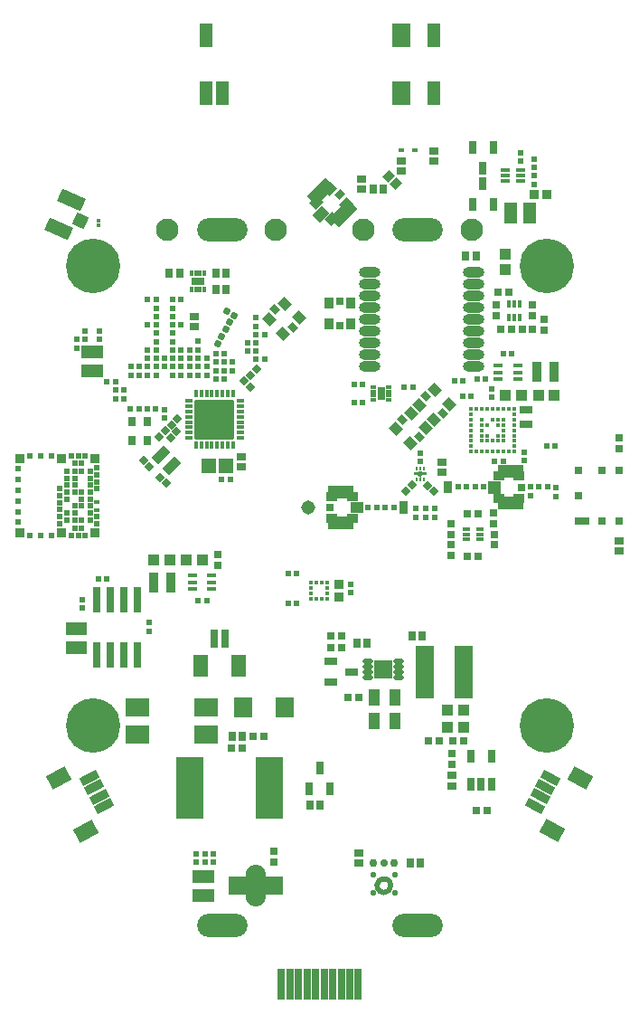
<source format=gts>
G04*
G04 #@! TF.GenerationSoftware,Altium Limited,Altium Designer,21.2.2 (38)*
G04*
G04 Layer_Color=8388736*
%FSAX25Y25*%
%MOIN*%
G70*
G04*
G04 #@! TF.SameCoordinates,A33CE32A-6CF7-472C-A66C-8299AAF89105*
G04*
G04*
G04 #@! TF.FilePolarity,Negative*
G04*
G01*
G75*
%ADD50R,0.03150X0.03543*%
%ADD107C,0.01863*%
G04:AMPARAMS|DCode=108|XSize=37.53mil|YSize=39.5mil|CornerRadius=0mil|HoleSize=0mil|Usage=FLASHONLY|Rotation=225.000|XOffset=0mil|YOffset=0mil|HoleType=Round|Shape=Rectangle|*
%AMROTATEDRECTD108*
4,1,4,-0.00070,0.02723,0.02723,-0.00070,0.00070,-0.02723,-0.02723,0.00070,-0.00070,0.02723,0.0*
%
%ADD108ROTATEDRECTD108*%

G04:AMPARAMS|DCode=109|XSize=27.69mil|YSize=30.84mil|CornerRadius=0mil|HoleSize=0mil|Usage=FLASHONLY|Rotation=225.000|XOffset=0mil|YOffset=0mil|HoleType=Round|Shape=Rectangle|*
%AMROTATEDRECTD109*
4,1,4,-0.00111,0.02069,0.02069,-0.00111,0.00111,-0.02069,-0.02069,0.00111,-0.00111,0.02069,0.0*
%
%ADD109ROTATEDRECTD109*%

%ADD110R,0.03753X0.03950*%
%ADD111R,0.02769X0.03084*%
%ADD112R,0.03150X0.05118*%
%ADD113R,0.02362X0.01378*%
%ADD114R,0.02362X0.02362*%
%ADD115R,0.04737X0.03950*%
%ADD116R,0.09461X0.04934*%
%ADD117R,0.03950X0.03753*%
%ADD118R,0.03084X0.02769*%
%ADD119R,0.04737X0.04737*%
%ADD120R,0.03320X0.03162*%
%ADD121R,0.03162X0.02769*%
%ADD122R,0.04737X0.08674*%
%ADD123R,0.06706X0.08674*%
%ADD124R,0.03162X0.03162*%
%ADD125R,0.05524X0.03162*%
%ADD126R,0.02559X0.11417*%
%ADD127R,0.02362X0.02362*%
%ADD128P,0.03341X4X360.0*%
%ADD129P,0.03341X4X270.0*%
%ADD130R,0.03950X0.03950*%
%ADD131R,0.01968X0.01968*%
%ADD132R,0.01968X0.01890*%
%ADD133R,0.03543X0.03543*%
%ADD134R,0.01968X0.01575*%
%ADD135P,0.03341X4X105.0*%
%ADD136P,0.03341X4X375.0*%
%ADD137R,0.02650X0.04737*%
G04:AMPARAMS|DCode=138|XSize=37.53mil|YSize=63.12mil|CornerRadius=0mil|HoleSize=0mil|Usage=FLASHONLY|Rotation=315.000|XOffset=0mil|YOffset=0mil|HoleType=Round|Shape=Rectangle|*
%AMROTATEDRECTD138*
4,1,4,-0.03558,-0.00905,0.00905,0.03558,0.03558,0.00905,-0.00905,-0.03558,-0.03558,-0.00905,0.0*
%
%ADD138ROTATEDRECTD138*%

%ADD139R,0.05512X0.05512*%
G04:AMPARAMS|DCode=140|XSize=148.03mil|YSize=148.03mil|CornerRadius=4.82mil|HoleSize=0mil|Usage=FLASHONLY|Rotation=0.000|XOffset=0mil|YOffset=0mil|HoleType=Round|Shape=RoundedRectangle|*
%AMROUNDEDRECTD140*
21,1,0.14803,0.13839,0,0,0.0*
21,1,0.13839,0.14803,0,0,0.0*
1,1,0.00965,0.06919,-0.06919*
1,1,0.00965,-0.06919,-0.06919*
1,1,0.00965,-0.06919,0.06919*
1,1,0.00965,0.06919,0.06919*
%
%ADD140ROUNDEDRECTD140*%
G04:AMPARAMS|DCode=141|XSize=14.17mil|YSize=29.92mil|CornerRadius=4.13mil|HoleSize=0mil|Usage=FLASHONLY|Rotation=0.000|XOffset=0mil|YOffset=0mil|HoleType=Round|Shape=RoundedRectangle|*
%AMROUNDEDRECTD141*
21,1,0.01417,0.02165,0,0,0.0*
21,1,0.00591,0.02992,0,0,0.0*
1,1,0.00827,0.00295,-0.01083*
1,1,0.00827,-0.00295,-0.01083*
1,1,0.00827,-0.00295,0.01083*
1,1,0.00827,0.00295,0.01083*
%
%ADD141ROUNDEDRECTD141*%
G04:AMPARAMS|DCode=142|XSize=14.17mil|YSize=29.92mil|CornerRadius=4.13mil|HoleSize=0mil|Usage=FLASHONLY|Rotation=90.000|XOffset=0mil|YOffset=0mil|HoleType=Round|Shape=RoundedRectangle|*
%AMROUNDEDRECTD142*
21,1,0.01417,0.02165,0,0,90.0*
21,1,0.00591,0.02992,0,0,90.0*
1,1,0.00827,0.01083,0.00295*
1,1,0.00827,0.01083,-0.00295*
1,1,0.00827,-0.01083,-0.00295*
1,1,0.00827,-0.01083,0.00295*
%
%ADD142ROUNDEDRECTD142*%
%ADD143R,0.03162X0.03320*%
%ADD144R,0.01378X0.02362*%
%ADD145R,0.05118X0.03150*%
%ADD146R,0.01260X0.01181*%
G04:AMPARAMS|DCode=147|XSize=49.34mil|YSize=94.61mil|CornerRadius=0mil|HoleSize=0mil|Usage=FLASHONLY|Rotation=246.000|XOffset=0mil|YOffset=0mil|HoleType=Round|Shape=Rectangle|*
%AMROTATEDRECTD147*
4,1,4,-0.03318,0.04178,0.05325,0.00330,0.03318,-0.04178,-0.05325,-0.00330,-0.03318,0.04178,0.0*
%
%ADD147ROTATEDRECTD147*%

%ADD148P,0.06699X4X291.0*%
G04:AMPARAMS|DCode=149|XSize=49.34mil|YSize=94.61mil|CornerRadius=0mil|HoleSize=0mil|Usage=FLASHONLY|Rotation=135.000|XOffset=0mil|YOffset=0mil|HoleType=Round|Shape=Rectangle|*
%AMROTATEDRECTD149*
4,1,4,0.05090,0.01601,-0.01601,-0.05090,-0.05090,-0.01601,0.01601,0.05090,0.05090,0.01601,0.0*
%
%ADD149ROTATEDRECTD149*%

G04:AMPARAMS|DCode=150|XSize=39.5mil|YSize=47.37mil|CornerRadius=0mil|HoleSize=0mil|Usage=FLASHONLY|Rotation=135.000|XOffset=0mil|YOffset=0mil|HoleType=Round|Shape=Rectangle|*
%AMROTATEDRECTD150*
4,1,4,0.03071,0.00278,-0.00278,-0.03071,-0.03071,-0.00278,0.00278,0.03071,0.03071,0.00278,0.0*
%
%ADD150ROTATEDRECTD150*%

G04:AMPARAMS|DCode=151|XSize=37.53mil|YSize=39.5mil|CornerRadius=0mil|HoleSize=0mil|Usage=FLASHONLY|Rotation=315.000|XOffset=0mil|YOffset=0mil|HoleType=Round|Shape=Rectangle|*
%AMROTATEDRECTD151*
4,1,4,-0.02723,-0.00070,0.00070,0.02723,0.02723,0.00070,-0.00070,-0.02723,-0.02723,-0.00070,0.0*
%
%ADD151ROTATEDRECTD151*%

G04:AMPARAMS|DCode=152|XSize=27.69mil|YSize=30.84mil|CornerRadius=0mil|HoleSize=0mil|Usage=FLASHONLY|Rotation=315.000|XOffset=0mil|YOffset=0mil|HoleType=Round|Shape=Rectangle|*
%AMROTATEDRECTD152*
4,1,4,-0.02069,-0.00111,0.00111,0.02069,0.02069,0.00111,-0.00111,-0.02069,-0.02069,-0.00111,0.0*
%
%ADD152ROTATEDRECTD152*%

%ADD153O,0.07887X0.03950*%
%ADD154R,0.03241X0.03044*%
G04:AMPARAMS|DCode=155|XSize=33.2mil|YSize=31.62mil|CornerRadius=0mil|HoleSize=0mil|Usage=FLASHONLY|Rotation=45.000|XOffset=0mil|YOffset=0mil|HoleType=Round|Shape=Rectangle|*
%AMROTATEDRECTD155*
4,1,4,-0.00056,-0.02292,-0.02292,-0.00056,0.00056,0.02292,0.02292,0.00056,-0.00056,-0.02292,0.0*
%
%ADD155ROTATEDRECTD155*%

%ADD156R,0.02217X0.01784*%
%ADD157R,0.02690X0.04540*%
%ADD158R,0.03740X0.01772*%
%ADD159R,0.03740X0.03740*%
%ADD160R,0.04737X0.02650*%
%ADD161R,0.03950X0.03950*%
%ADD162R,0.01575X0.03032*%
%ADD163R,0.02769X0.03162*%
%ADD164R,0.03543X0.01772*%
%ADD165R,0.03556X0.07493*%
%ADD166R,0.05131X0.03162*%
%ADD167C,0.01575*%
%ADD168R,0.01693X0.00984*%
%ADD169R,0.00984X0.01693*%
%ADD170R,0.03032X0.01575*%
%ADD171R,0.00984X0.00984*%
%ADD172R,0.03740X0.03740*%
%ADD173R,0.00787X0.00787*%
%ADD174R,0.01575X0.01378*%
%ADD175R,0.01378X0.01575*%
%ADD176R,0.05524X0.07887*%
%ADD177R,0.03162X0.06902*%
%ADD178R,0.03162X0.09461*%
%ADD179R,0.03162X0.09461*%
G04:AMPARAMS|DCode=180|XSize=31.62mil|YSize=69.02mil|CornerRadius=0mil|HoleSize=0mil|Usage=FLASHONLY|Rotation=117.000|XOffset=0mil|YOffset=0mil|HoleType=Round|Shape=Rectangle|*
%AMROTATEDRECTD180*
4,1,4,0.03793,0.00158,-0.02357,-0.02976,-0.03793,-0.00158,0.02357,0.02976,0.03793,0.00158,0.0*
%
%ADD180ROTATEDRECTD180*%

G04:AMPARAMS|DCode=181|XSize=55.24mil|YSize=78.87mil|CornerRadius=0mil|HoleSize=0mil|Usage=FLASHONLY|Rotation=117.000|XOffset=0mil|YOffset=0mil|HoleType=Round|Shape=Rectangle|*
%AMROTATEDRECTD181*
4,1,4,0.04767,-0.00671,-0.02260,-0.04251,-0.04767,0.00671,0.02260,0.04251,0.04767,-0.00671,0.0*
%
%ADD181ROTATEDRECTD181*%

%ADD182R,0.09068X0.06902*%
%ADD183R,0.09855X0.22847*%
%ADD184R,0.06784X0.07414*%
%ADD185R,0.06706X0.19304*%
%ADD186R,0.07099X0.06706*%
G04:AMPARAMS|DCode=187|XSize=17.84mil|YSize=41.47mil|CornerRadius=6.46mil|HoleSize=0mil|Usage=FLASHONLY|Rotation=270.000|XOffset=0mil|YOffset=0mil|HoleType=Round|Shape=RoundedRectangle|*
%AMROUNDEDRECTD187*
21,1,0.01784,0.02854,0,0,270.0*
21,1,0.00492,0.04147,0,0,270.0*
1,1,0.01292,-0.01427,-0.00246*
1,1,0.01292,-0.01427,0.00246*
1,1,0.01292,0.01427,0.00246*
1,1,0.01292,0.01427,-0.00246*
%
%ADD187ROUNDEDRECTD187*%
%ADD188R,0.04540X0.02690*%
%ADD189R,0.04343X0.05918*%
G04:AMPARAMS|DCode=190|XSize=31.62mil|YSize=69.02mil|CornerRadius=0mil|HoleSize=0mil|Usage=FLASHONLY|Rotation=242.000|XOffset=0mil|YOffset=0mil|HoleType=Round|Shape=Rectangle|*
%AMROTATEDRECTD190*
4,1,4,-0.02305,0.03016,0.03790,-0.00224,0.02305,-0.03016,-0.03790,0.00224,-0.02305,0.03016,0.0*
%
%ADD190ROTATEDRECTD190*%

G04:AMPARAMS|DCode=191|XSize=55.24mil|YSize=78.87mil|CornerRadius=0mil|HoleSize=0mil|Usage=FLASHONLY|Rotation=242.000|XOffset=0mil|YOffset=0mil|HoleType=Round|Shape=Rectangle|*
%AMROTATEDRECTD191*
4,1,4,-0.02185,0.04290,0.04778,0.00588,0.02185,-0.04290,-0.04778,-0.00588,-0.02185,0.04290,0.0*
%
%ADD191ROTATEDRECTD191*%

%ADD192C,0.02205*%
%ADD193C,0.02953*%
%ADD194C,0.02756*%
%ADD195C,0.01378*%
%ADD196R,0.06693X0.06693*%
%ADD197C,0.08268*%
%ADD198C,0.05158*%
%ADD199O,0.18517X0.08674*%
G04:AMPARAMS|DCode=200|XSize=74.8mil|YSize=153.54mil|CornerRadius=37.4mil|HoleSize=0mil|Usage=FLASHONLY|Rotation=0.000|XOffset=0mil|YOffset=0mil|HoleType=Round|Shape=RoundedRectangle|*
%AMROUNDEDRECTD200*
21,1,0.07480,0.07874,0,0,0.0*
21,1,0.00000,0.15354,0,0,0.0*
1,1,0.07480,0.00000,-0.03937*
1,1,0.07480,0.00000,-0.03937*
1,1,0.07480,0.00000,0.03937*
1,1,0.07480,0.00000,0.03937*
%
%ADD200ROUNDEDRECTD200*%
%ADD201C,0.20079*%
G36*
X0508539Y0556567D02*
X0508606Y0556567D01*
X0508736Y0556541D01*
X0508858Y0556491D01*
X0508968Y0556417D01*
X0509015Y0556370D01*
X0509015Y0556370D01*
X0509039Y0556348D01*
X0509094Y0556312D01*
X0509155Y0556286D01*
X0509219Y0556274D01*
X0509252Y0556272D01*
X0510412D01*
Y0555288D01*
X0508916Y0555288D01*
X0508523Y0554894D01*
X0508523Y0554500D01*
X0508011D01*
Y0554599D01*
X0507538Y0554599D01*
X0507539Y0554894D01*
X0507144Y0555288D01*
X0505649Y0555288D01*
Y0556272D01*
X0506809D01*
X0506842Y0556274D01*
X0506906Y0556286D01*
X0506967Y0556312D01*
X0507022Y0556348D01*
X0507046Y0556370D01*
X0507046Y0556370D01*
X0507093Y0556417D01*
X0507203Y0556491D01*
X0507325Y0556541D01*
X0507455Y0556567D01*
X0507521Y0556567D01*
X0508011Y0556567D01*
Y0556567D01*
X0508539Y0556567D01*
D02*
G37*
G36*
X0519735Y0548603D02*
X0516782D01*
Y0553130D01*
X0519735D01*
Y0548603D01*
D02*
G37*
G36*
X0503483Y0541075D02*
X0500530D01*
Y0545603D01*
X0503483D01*
Y0541075D01*
D02*
G37*
G36*
X0468364Y0516314D02*
X0468401Y0516303D01*
X0468420Y0516293D01*
X0468436Y0516285D01*
X0468466Y0516260D01*
Y0516260D01*
X0468466D01*
X0468490Y0516230D01*
X0468499Y0516214D01*
X0468508Y0516196D01*
X0468520Y0516159D01*
X0468524Y0516120D01*
X0468524Y0515480D01*
X0468524Y0515480D01*
X0468521Y0515459D01*
X0468520Y0515442D01*
X0468514Y0515422D01*
X0468508Y0515405D01*
X0468490Y0515370D01*
X0468480Y0515358D01*
X0468466Y0515340D01*
X0468466Y0515340D01*
X0468121Y0514996D01*
X0468121Y0514996D01*
X0468121Y0514996D01*
X0468113Y0514989D01*
X0468091Y0514971D01*
X0468057Y0514953D01*
X0468049Y0514951D01*
X0468020Y0514942D01*
X0467999Y0514940D01*
X0467981Y0514938D01*
X0467981Y0514938D01*
X0467243Y0514938D01*
X0467228Y0514939D01*
X0467204Y0514942D01*
X0467204Y0514942D01*
X0467204D01*
X0467178Y0514950D01*
X0467167Y0514953D01*
D01*
X0467167Y0514953D01*
X0467147Y0514964D01*
X0467133Y0514971D01*
X0467133Y0514971D01*
X0467133Y0514971D01*
X0467119Y0514983D01*
X0467103Y0514996D01*
X0467103Y0514996D01*
X0467103Y0514996D01*
X0467090Y0515012D01*
X0467078Y0515026D01*
X0467078Y0515026D01*
X0467078Y0515026D01*
X0467071Y0515039D01*
X0467060Y0515060D01*
X0467060Y0515060D01*
D01*
X0467057Y0515071D01*
X0467049Y0515097D01*
Y0515097D01*
X0467049Y0515097D01*
X0467047Y0515121D01*
X0467045Y0515136D01*
Y0516120D01*
X0467049Y0516159D01*
X0467060Y0516196D01*
X0467078Y0516230D01*
X0467103Y0516260D01*
X0467133Y0516285D01*
X0467167Y0516303D01*
X0467204Y0516314D01*
X0467243Y0516318D01*
X0468326D01*
X0468364Y0516314D01*
D02*
G37*
D50*
X0407459Y0575170D02*
D03*
Y0567886D02*
D03*
X0401751D02*
D03*
Y0575170D02*
D03*
D107*
X0494721Y0401449D02*
G03*
X0497280Y0404008I0000000J0002559D01*
G01*
X0497280Y0404018D02*
G03*
X0494721Y0401449I-0002559J-0000010D01*
G01*
D108*
X0452296Y0612776D02*
D03*
X0458003Y0618483D02*
D03*
X0457585Y0607486D02*
D03*
X0463292Y0613193D02*
D03*
X0499068Y0572303D02*
D03*
X0504775Y0578010D02*
D03*
X0504357Y0567014D02*
D03*
X0510064Y0572721D02*
D03*
X0518804Y0581343D02*
D03*
X0513097Y0575636D02*
D03*
X0513515Y0586632D02*
D03*
X0507808Y0580926D02*
D03*
D109*
X0454565Y0616214D02*
D03*
X0461024Y0609755D02*
D03*
X0501337Y0575741D02*
D03*
X0507795Y0569283D02*
D03*
X0516535Y0577905D02*
D03*
X0510077Y0584364D02*
D03*
D110*
X0474389Y0618615D02*
D03*
X0482459D02*
D03*
X0474389Y0611134D02*
D03*
X0482459D02*
D03*
D111*
X0478424Y0619441D02*
D03*
Y0610308D02*
D03*
D112*
X0493660Y0585347D02*
D03*
D113*
X0490708Y0584559D02*
D03*
Y0586134D02*
D03*
Y0587709D02*
D03*
X0496613D02*
D03*
Y0586134D02*
D03*
Y0584559D02*
D03*
Y0582985D02*
D03*
X0490708D02*
D03*
D114*
X0486849Y0588615D02*
D03*
X0483700D02*
D03*
X0486889Y0581922D02*
D03*
X0483739D02*
D03*
X0554704Y0565927D02*
D03*
X0557853D02*
D03*
X0505432Y0587670D02*
D03*
X0502282D02*
D03*
X0498306Y0543339D02*
D03*
X0495156D02*
D03*
X0492046D02*
D03*
X0488897D02*
D03*
X0522038Y0550863D02*
D03*
X0525188D02*
D03*
X0528455D02*
D03*
X0531605D02*
D03*
X0435806Y0590760D02*
D03*
X0432656D02*
D03*
X0429408Y0592122D02*
D03*
X0426259D02*
D03*
X0419861Y0592138D02*
D03*
X0416712D02*
D03*
X0407538D02*
D03*
X0410688D02*
D03*
X0450767Y0607099D02*
D03*
X0447617D02*
D03*
X0450767Y0597847D02*
D03*
X0447617D02*
D03*
X0435806Y0600012D02*
D03*
X0432656D02*
D03*
X0419861Y0619894D02*
D03*
X0416712D02*
D03*
X0419861Y0610642D02*
D03*
X0416712D02*
D03*
X0419861Y0601390D02*
D03*
X0416712D02*
D03*
X0407538Y0619894D02*
D03*
X0410688D02*
D03*
X0407538Y0610642D02*
D03*
X0410688D02*
D03*
X0407538Y0601390D02*
D03*
X0410688D02*
D03*
X0395708Y0589717D02*
D03*
X0392558D02*
D03*
X0410590Y0579520D02*
D03*
X0407440D02*
D03*
X0401180D02*
D03*
X0404330D02*
D03*
X0437952Y0553772D02*
D03*
X0434802D02*
D03*
X0541771Y0599894D02*
D03*
X0538621D02*
D03*
X0529133Y0590603D02*
D03*
X0532282D02*
D03*
X0538700Y0560465D02*
D03*
X0535550D02*
D03*
X0526889Y0584481D02*
D03*
X0523739D02*
D03*
X0551920Y0550863D02*
D03*
X0555069D02*
D03*
X0462440Y0519008D02*
D03*
X0459290D02*
D03*
X0462440Y0508142D02*
D03*
X0459290D02*
D03*
X0426259Y0508851D02*
D03*
X0429408D02*
D03*
X0392597Y0517040D02*
D03*
X0389448D02*
D03*
X0520747Y0590111D02*
D03*
X0523897D02*
D03*
D115*
X0484665Y0543339D02*
D03*
D116*
X0478759Y0549146D02*
D03*
Y0537532D02*
D03*
X0541337Y0545012D02*
D03*
Y0556626D02*
D03*
D117*
X0483025Y0547374D02*
D03*
Y0539304D02*
D03*
X0475545Y0547374D02*
D03*
Y0539304D02*
D03*
X0537085Y0546784D02*
D03*
Y0554855D02*
D03*
X0544566Y0546784D02*
D03*
Y0554855D02*
D03*
D118*
X0483852Y0543339D02*
D03*
X0474718D02*
D03*
X0536259Y0550819D02*
D03*
X0545393D02*
D03*
D119*
X0535432Y0550819D02*
D03*
D120*
X0581460Y0530977D02*
D03*
Y0527197D02*
D03*
X0441967Y0558300D02*
D03*
Y0562079D02*
D03*
X0424684Y0609914D02*
D03*
Y0613693D02*
D03*
X0516259Y0556213D02*
D03*
Y0559993D02*
D03*
X0519920Y0444520D02*
D03*
Y0440740D02*
D03*
X0485314Y0412315D02*
D03*
Y0416095D02*
D03*
D121*
X0581460Y0568851D02*
D03*
Y0564914D02*
D03*
X0536062Y0614158D02*
D03*
Y0618095D02*
D03*
X0549291Y0614118D02*
D03*
Y0618055D02*
D03*
X0553739Y0612701D02*
D03*
Y0608764D02*
D03*
X0535235Y0537394D02*
D03*
Y0541331D02*
D03*
X0519369Y0533497D02*
D03*
Y0537433D02*
D03*
X0535314Y0529520D02*
D03*
Y0533457D02*
D03*
X0519369Y0525583D02*
D03*
Y0529520D02*
D03*
X0433385Y0522079D02*
D03*
Y0526016D02*
D03*
X0519920Y0448575D02*
D03*
Y0452512D02*
D03*
X0454212Y0412670D02*
D03*
Y0416607D02*
D03*
D122*
X0429133Y0717237D02*
D03*
X0512991Y0717197D02*
D03*
X0435038Y0695937D02*
D03*
X0429133D02*
D03*
X0512991D02*
D03*
D123*
X0501180Y0717197D02*
D03*
Y0695937D02*
D03*
D124*
X0581460Y0557162D02*
D03*
Y0538264D02*
D03*
X0575161D02*
D03*
X0566499Y0547713D02*
D03*
Y0557162D02*
D03*
X0575161D02*
D03*
D125*
X0567680Y0538264D02*
D03*
D126*
X0472676Y0367710D02*
D03*
X0469526D02*
D03*
X0475826D02*
D03*
X0478975D02*
D03*
X0482125D02*
D03*
X0485275D02*
D03*
X0460078D02*
D03*
X0463227D02*
D03*
X0466377D02*
D03*
X0456928D02*
D03*
D127*
X0513542Y0539835D02*
D03*
Y0542985D02*
D03*
X0510180Y0539795D02*
D03*
Y0542945D02*
D03*
X0506613Y0539796D02*
D03*
Y0542945D02*
D03*
X0508030Y0563457D02*
D03*
Y0560308D02*
D03*
X0447617Y0600898D02*
D03*
Y0604048D02*
D03*
X0435806Y0593811D02*
D03*
Y0596961D02*
D03*
X0426259Y0595189D02*
D03*
Y0598339D02*
D03*
X0416712Y0604441D02*
D03*
Y0607591D02*
D03*
X0419861Y0595189D02*
D03*
Y0598339D02*
D03*
X0410688Y0604441D02*
D03*
Y0607591D02*
D03*
Y0595189D02*
D03*
Y0598339D02*
D03*
X0444566Y0604048D02*
D03*
Y0600898D02*
D03*
X0447617Y0613300D02*
D03*
Y0610150D02*
D03*
X0432656Y0596961D02*
D03*
Y0593811D02*
D03*
X0438857Y0596961D02*
D03*
Y0593811D02*
D03*
X0423208Y0598339D02*
D03*
Y0601489D02*
D03*
X0426259Y0604540D02*
D03*
Y0601390D02*
D03*
X0423208Y0595288D02*
D03*
Y0592138D02*
D03*
X0429408Y0598339D02*
D03*
Y0595189D02*
D03*
X0416712Y0613693D02*
D03*
Y0616843D02*
D03*
X0416712Y0595189D02*
D03*
Y0598339D02*
D03*
X0410688Y0616843D02*
D03*
Y0613693D02*
D03*
X0407538Y0595189D02*
D03*
Y0598339D02*
D03*
X0413700Y0598339D02*
D03*
Y0595189D02*
D03*
X0404448Y0595307D02*
D03*
Y0592158D02*
D03*
X0401337Y0595268D02*
D03*
Y0592119D02*
D03*
X0389684Y0608457D02*
D03*
Y0605307D02*
D03*
X0384566Y0608457D02*
D03*
Y0605307D02*
D03*
X0381337Y0602158D02*
D03*
Y0605307D02*
D03*
X0395734Y0586626D02*
D03*
Y0583477D02*
D03*
X0398884Y0586626D02*
D03*
Y0583477D02*
D03*
X0413778Y0576331D02*
D03*
Y0579481D02*
D03*
X0545078Y0674126D02*
D03*
Y0670977D02*
D03*
X0549999Y0668693D02*
D03*
Y0671843D02*
D03*
Y0662433D02*
D03*
Y0665583D02*
D03*
X0534290Y0583989D02*
D03*
Y0587139D02*
D03*
X0546456Y0560623D02*
D03*
Y0563772D02*
D03*
X0548810Y0550867D02*
D03*
Y0547717D02*
D03*
X0428700Y0412591D02*
D03*
Y0415741D02*
D03*
X0558180Y0547441D02*
D03*
Y0550591D02*
D03*
X0482322Y0511868D02*
D03*
Y0515018D02*
D03*
X0408267Y0497709D02*
D03*
Y0500859D02*
D03*
X0383464Y0509481D02*
D03*
Y0506331D02*
D03*
X0425550Y0415741D02*
D03*
Y0412591D02*
D03*
X0431849D02*
D03*
Y0415741D02*
D03*
D128*
X0510815Y0551421D02*
D03*
X0513042Y0549194D02*
D03*
X0445507Y0587772D02*
D03*
X0443280Y0589999D02*
D03*
X0408239Y0558406D02*
D03*
X0406011Y0560634D02*
D03*
X0412232Y0554453D02*
D03*
X0414459Y0552225D02*
D03*
D129*
X0505010Y0551657D02*
D03*
X0502783Y0549430D02*
D03*
X0445438Y0592157D02*
D03*
X0447665Y0594384D02*
D03*
X0411917Y0569351D02*
D03*
X0414144Y0571579D02*
D03*
X0416003Y0568972D02*
D03*
X0418230Y0571199D02*
D03*
X0416326Y0573722D02*
D03*
X0418553Y0575949D02*
D03*
D130*
X0421928Y0523969D02*
D03*
X0427834D02*
D03*
X0415708D02*
D03*
X0409802D02*
D03*
X0545353Y0584579D02*
D03*
X0539448D02*
D03*
X0551652D02*
D03*
X0557558D02*
D03*
X0518149Y0468733D02*
D03*
X0524054D02*
D03*
X0518149Y0462473D02*
D03*
X0524054D02*
D03*
D131*
X0386291Y0543874D02*
D03*
X0388850Y0550272D02*
D03*
X0386291Y0556670D02*
D03*
Y0554111D02*
D03*
Y0551552D02*
D03*
Y0548992D02*
D03*
Y0546433D02*
D03*
Y0541315D02*
D03*
Y0538756D02*
D03*
X0380680Y0535705D02*
D03*
X0383239D02*
D03*
X0377629Y0538756D02*
D03*
Y0546433D02*
D03*
Y0548992D02*
D03*
Y0551552D02*
D03*
Y0554111D02*
D03*
Y0556670D02*
D03*
X0380680Y0559721D02*
D03*
X0383239D02*
D03*
X0372117Y0533146D02*
D03*
X0368180D02*
D03*
X0364243D02*
D03*
X0359714Y0537871D02*
D03*
Y0541808D02*
D03*
Y0545745D02*
D03*
Y0549682D02*
D03*
Y0553618D02*
D03*
Y0557555D02*
D03*
X0364243Y0562280D02*
D03*
X0368180D02*
D03*
X0372117D02*
D03*
X0388850Y0557949D02*
D03*
Y0555390D02*
D03*
Y0552831D02*
D03*
Y0540036D02*
D03*
Y0537477D02*
D03*
X0384519Y0533146D02*
D03*
X0381960D02*
D03*
X0379401D02*
D03*
X0375070Y0537477D02*
D03*
Y0540036D02*
D03*
Y0542595D02*
D03*
Y0545154D02*
D03*
Y0547713D02*
D03*
Y0550272D02*
D03*
X0379401Y0562280D02*
D03*
X0381960D02*
D03*
X0384519D02*
D03*
X0383239Y0538756D02*
D03*
Y0543874D02*
D03*
Y0546433D02*
D03*
Y0548992D02*
D03*
Y0556670D02*
D03*
X0380680D02*
D03*
Y0554111D02*
D03*
Y0551552D02*
D03*
Y0548992D02*
D03*
Y0543874D02*
D03*
Y0541315D02*
D03*
Y0538756D02*
D03*
D132*
X0377629Y0541315D02*
D03*
D133*
X0360503Y0533933D02*
D03*
Y0561492D02*
D03*
X0388062Y0533933D02*
D03*
X0375857D02*
D03*
Y0561492D02*
D03*
X0388062D02*
D03*
D134*
X0388850Y0545252D02*
D03*
Y0542496D02*
D03*
D135*
X0436338Y0608865D02*
D03*
X0437912Y0611593D02*
D03*
X0433306Y0603589D02*
D03*
X0434881Y0606317D02*
D03*
D136*
X0436627Y0615741D02*
D03*
X0439355Y0614166D02*
D03*
D137*
X0387125Y0600780D02*
D03*
X0389684Y0593693D02*
D03*
X0384566D02*
D03*
X0387125D02*
D03*
X0384566Y0600780D02*
D03*
X0389684D02*
D03*
X0381337Y0491725D02*
D03*
X0378778Y0498811D02*
D03*
X0383897D02*
D03*
X0381337D02*
D03*
X0383897Y0491725D02*
D03*
X0378778D02*
D03*
X0428109Y0400189D02*
D03*
X0425550Y0407276D02*
D03*
X0430668D02*
D03*
X0428109D02*
D03*
X0430668Y0400189D02*
D03*
X0425550D02*
D03*
D138*
X0416387Y0558762D02*
D03*
X0412351Y0562798D02*
D03*
D139*
X0436416Y0558772D02*
D03*
X0430117D02*
D03*
D140*
X0432263Y0575800D02*
D03*
D141*
X0425373Y0585248D02*
D03*
X0427341D02*
D03*
X0429310D02*
D03*
X0431278D02*
D03*
X0433247D02*
D03*
X0435216D02*
D03*
X0437184D02*
D03*
X0439152D02*
D03*
Y0566351D02*
D03*
X0437184D02*
D03*
X0435216D02*
D03*
X0433247D02*
D03*
X0431278D02*
D03*
X0429310D02*
D03*
X0427341D02*
D03*
X0425373D02*
D03*
D142*
X0441712Y0582689D02*
D03*
Y0580721D02*
D03*
Y0578752D02*
D03*
Y0576784D02*
D03*
Y0574815D02*
D03*
Y0572847D02*
D03*
Y0570878D02*
D03*
Y0568910D02*
D03*
X0422814Y0570878D02*
D03*
Y0572847D02*
D03*
Y0574815D02*
D03*
Y0576784D02*
D03*
Y0578752D02*
D03*
Y0580721D02*
D03*
Y0582689D02*
D03*
Y0568910D02*
D03*
D143*
X0432834Y0629638D02*
D03*
X0436613D02*
D03*
X0436613Y0623693D02*
D03*
X0432834D02*
D03*
X0415511Y0629638D02*
D03*
X0419290D02*
D03*
X0494487Y0660583D02*
D03*
X0490708D02*
D03*
X0528621Y0635937D02*
D03*
X0524841D02*
D03*
X0467346Y0433831D02*
D03*
X0471126Y0433831D02*
D03*
X0438700Y0459126D02*
D03*
X0442479D02*
D03*
X0504999Y0495898D02*
D03*
X0508778D02*
D03*
X0488582Y0493221D02*
D03*
X0484802D02*
D03*
X0508227Y0412276D02*
D03*
X0504448D02*
D03*
D144*
X0428464Y0623733D02*
D03*
Y0629638D02*
D03*
X0426889D02*
D03*
X0425314D02*
D03*
X0423739D02*
D03*
Y0623733D02*
D03*
X0425314D02*
D03*
X0426889D02*
D03*
D145*
X0426101Y0626685D02*
D03*
D146*
X0389290Y0648900D02*
D03*
Y0647227D02*
D03*
D147*
X0374861Y0646085D02*
D03*
X0379585Y0656695D02*
D03*
D148*
X0382618Y0648988D02*
D03*
D149*
X0471445Y0659769D02*
D03*
X0479658Y0651557D02*
D03*
D150*
X0471376Y0651487D02*
D03*
D151*
X0474948Y0660806D02*
D03*
X0480655Y0655099D02*
D03*
X0469658Y0655516D02*
D03*
X0475365Y0649809D02*
D03*
D152*
X0478386Y0658537D02*
D03*
X0471927Y0652078D02*
D03*
D153*
X0527755Y0599599D02*
D03*
X0489566D02*
D03*
Y0595268D02*
D03*
Y0603930D02*
D03*
Y0608260D02*
D03*
Y0612591D02*
D03*
Y0616922D02*
D03*
Y0621252D02*
D03*
Y0625583D02*
D03*
Y0629914D02*
D03*
X0527755D02*
D03*
Y0625583D02*
D03*
Y0621252D02*
D03*
Y0616922D02*
D03*
Y0612591D02*
D03*
Y0608260D02*
D03*
Y0603930D02*
D03*
Y0595268D02*
D03*
D154*
X0486298Y0664245D02*
D03*
Y0660544D02*
D03*
X0501259Y0667394D02*
D03*
Y0671095D02*
D03*
X0512991Y0670859D02*
D03*
Y0674559D02*
D03*
D155*
X0496497Y0665344D02*
D03*
X0499170Y0662672D02*
D03*
D156*
X0501259Y0675150D02*
D03*
X0505983D02*
D03*
D157*
X0534960Y0675937D02*
D03*
X0527322D02*
D03*
X0531141Y0668300D02*
D03*
X0527322Y0654874D02*
D03*
X0534960D02*
D03*
X0531141Y0662512D02*
D03*
X0526810Y0441213D02*
D03*
X0534290D02*
D03*
Y0451843D02*
D03*
X0526810D02*
D03*
X0530550Y0441213D02*
D03*
X0471101Y0447195D02*
D03*
X0474920Y0439558D02*
D03*
X0467282Y0439558D02*
D03*
D158*
X0545078Y0667552D02*
D03*
Y0665583D02*
D03*
Y0663615D02*
D03*
X0539566D02*
D03*
Y0665583D02*
D03*
Y0667552D02*
D03*
D159*
X0554802Y0658654D02*
D03*
X0550078D02*
D03*
D160*
X0548379Y0651943D02*
D03*
X0541293Y0649384D02*
D03*
Y0654502D02*
D03*
Y0651943D02*
D03*
X0548379Y0654502D02*
D03*
Y0649384D02*
D03*
D161*
X0539290Y0630898D02*
D03*
Y0636803D02*
D03*
D162*
X0544684Y0613469D02*
D03*
X0542716D02*
D03*
X0540747D02*
D03*
Y0618469D02*
D03*
X0542716D02*
D03*
X0544684D02*
D03*
D163*
X0540747Y0622741D02*
D03*
X0536810D02*
D03*
X0541732Y0608922D02*
D03*
X0537794D02*
D03*
X0545669D02*
D03*
X0549606D02*
D03*
X0520078Y0457276D02*
D03*
X0524015D02*
D03*
X0525393Y0540859D02*
D03*
X0529330D02*
D03*
X0525471Y0525347D02*
D03*
X0529408D02*
D03*
X0438548Y0454719D02*
D03*
X0442485D02*
D03*
X0446534Y0459166D02*
D03*
X0450471D02*
D03*
X0479133Y0491764D02*
D03*
X0475196D02*
D03*
X0479133Y0496095D02*
D03*
X0475196D02*
D03*
X0481456Y0473496D02*
D03*
X0485393D02*
D03*
X0511062Y0457276D02*
D03*
X0514999D02*
D03*
X0528818Y0431843D02*
D03*
X0532755D02*
D03*
D164*
X0536810Y0590603D02*
D03*
Y0593162D02*
D03*
Y0595721D02*
D03*
X0544015D02*
D03*
Y0593162D02*
D03*
Y0590603D02*
D03*
X0431200Y0518339D02*
D03*
Y0515780D02*
D03*
Y0513221D02*
D03*
X0423995D02*
D03*
Y0515780D02*
D03*
Y0518339D02*
D03*
D165*
X0551219Y0593201D02*
D03*
X0557519D02*
D03*
X0416219Y0515780D02*
D03*
X0409920D02*
D03*
D166*
X0547271Y0573975D02*
D03*
Y0579487D02*
D03*
D167*
X0526883Y0565902D02*
D03*
Y0567871D02*
D03*
Y0569839D02*
D03*
X0526883Y0571808D02*
D03*
Y0573776D02*
D03*
Y0575745D02*
D03*
X0526883Y0577713D02*
D03*
Y0579682D02*
D03*
X0528852D02*
D03*
X0530820Y0567871D02*
D03*
Y0569839D02*
D03*
Y0571808D02*
D03*
Y0573776D02*
D03*
Y0575745D02*
D03*
Y0579682D02*
D03*
X0532789Y0567871D02*
D03*
Y0569839D02*
D03*
Y0573776D02*
D03*
Y0579682D02*
D03*
X0534757Y0567871D02*
D03*
Y0575745D02*
D03*
Y0579682D02*
D03*
X0536726Y0567871D02*
D03*
Y0569839D02*
D03*
Y0573776D02*
D03*
Y0575745D02*
D03*
Y0579682D02*
D03*
X0538694Y0567871D02*
D03*
Y0569839D02*
D03*
Y0571808D02*
D03*
Y0573776D02*
D03*
Y0575745D02*
D03*
Y0579682D02*
D03*
X0540663D02*
D03*
X0542631Y0565902D02*
D03*
Y0567871D02*
D03*
Y0569839D02*
D03*
Y0571808D02*
D03*
Y0573776D02*
D03*
Y0575745D02*
D03*
Y0577713D02*
D03*
Y0579682D02*
D03*
X0526883Y0563934D02*
D03*
X0528852D02*
D03*
X0530820D02*
D03*
X0532789D02*
D03*
X0534757D02*
D03*
X0536726D02*
D03*
X0538694D02*
D03*
X0540663D02*
D03*
X0542631D02*
D03*
D168*
X0509566Y0555780D02*
D03*
X0506495D02*
D03*
D169*
X0506652Y0557748D02*
D03*
X0508030D02*
D03*
X0509408D02*
D03*
Y0553811D02*
D03*
X0508030D02*
D03*
X0506652D02*
D03*
D170*
X0530019Y0535465D02*
D03*
Y0533497D02*
D03*
Y0531528D02*
D03*
X0525019D02*
D03*
Y0533497D02*
D03*
Y0535465D02*
D03*
D171*
X0519046Y0550867D02*
D03*
Y0549292D02*
D03*
X0517471D02*
D03*
Y0550867D02*
D03*
X0519046Y0552441D02*
D03*
X0517471D02*
D03*
X0501219Y0543339D02*
D03*
Y0544914D02*
D03*
X0502794D02*
D03*
Y0543339D02*
D03*
X0501219Y0541764D02*
D03*
X0502794D02*
D03*
D172*
X0478110Y0514992D02*
D03*
Y0510267D02*
D03*
D173*
X0467794Y0515628D02*
D03*
D174*
Y0513659D02*
D03*
Y0511691D02*
D03*
Y0509722D02*
D03*
X0473700Y0515628D02*
D03*
Y0513659D02*
D03*
Y0511691D02*
D03*
Y0509722D02*
D03*
D175*
X0471731Y0515628D02*
D03*
Y0509722D02*
D03*
X0469763Y0515628D02*
D03*
Y0509722D02*
D03*
D176*
X0441180Y0484994D02*
D03*
X0427007D02*
D03*
D177*
X0432125Y0494935D02*
D03*
X0436062D02*
D03*
D178*
X0393704Y0489021D02*
D03*
X0398704D02*
D03*
X0403704D02*
D03*
X0388704Y0509493D02*
D03*
X0393704D02*
D03*
X0398704D02*
D03*
X0403704D02*
D03*
D179*
X0388704Y0489021D02*
D03*
D180*
X0391439Y0433247D02*
D03*
X0389652Y0436755D02*
D03*
X0387865Y0440263D02*
D03*
X0386077Y0443771D02*
D03*
D181*
X0374896Y0443818D02*
D03*
X0384906Y0424174D02*
D03*
D182*
X0429212Y0469678D02*
D03*
X0403621Y0459678D02*
D03*
Y0469678D02*
D03*
X0429212Y0459678D02*
D03*
D183*
X0452400Y0439953D02*
D03*
X0423267D02*
D03*
D184*
X0442696Y0469678D02*
D03*
X0458168D02*
D03*
D185*
X0509802Y0482827D02*
D03*
X0523975D02*
D03*
D186*
X0494369Y0483772D02*
D03*
D187*
X0500078Y0486725D02*
D03*
Y0484756D02*
D03*
Y0482788D02*
D03*
Y0480819D02*
D03*
X0488660D02*
D03*
Y0482788D02*
D03*
Y0484756D02*
D03*
Y0486725D02*
D03*
D188*
X0475196Y0486528D02*
D03*
Y0478890D02*
D03*
X0482834Y0482709D02*
D03*
D189*
X0491141Y0473496D02*
D03*
X0498621D02*
D03*
X0491141Y0464756D02*
D03*
X0498621D02*
D03*
D190*
X0556060Y0443800D02*
D03*
X0554212Y0440324D02*
D03*
X0552363Y0436848D02*
D03*
X0550515Y0433372D02*
D03*
D191*
X0556889Y0424186D02*
D03*
X0567240Y0443652D02*
D03*
D192*
X0490725Y0407945D02*
D03*
X0498717D02*
D03*
Y0401489D02*
D03*
X0490725D02*
D03*
D193*
X0498520Y0412276D02*
D03*
X0490922D02*
D03*
D194*
X0494721D02*
D03*
D195*
Y0401489D02*
D03*
X0497243Y0404018D02*
D03*
X0492204D02*
D03*
X0494721Y0406528D02*
D03*
D196*
X0440784Y0404008D02*
D03*
X0454170D02*
D03*
D197*
X0454653Y0645622D02*
D03*
X0414692D02*
D03*
X0487066D02*
D03*
X0527027D02*
D03*
D198*
X0466652Y0543339D02*
D03*
D199*
X0435156Y0389323D02*
D03*
X0435117Y0645622D02*
D03*
X0507046D02*
D03*
X0507046Y0389323D02*
D03*
D200*
X0447477Y0404008D02*
D03*
D201*
X0554760Y0463063D02*
D03*
X0387438D02*
D03*
Y0632355D02*
D03*
X0554760D02*
D03*
M02*

</source>
